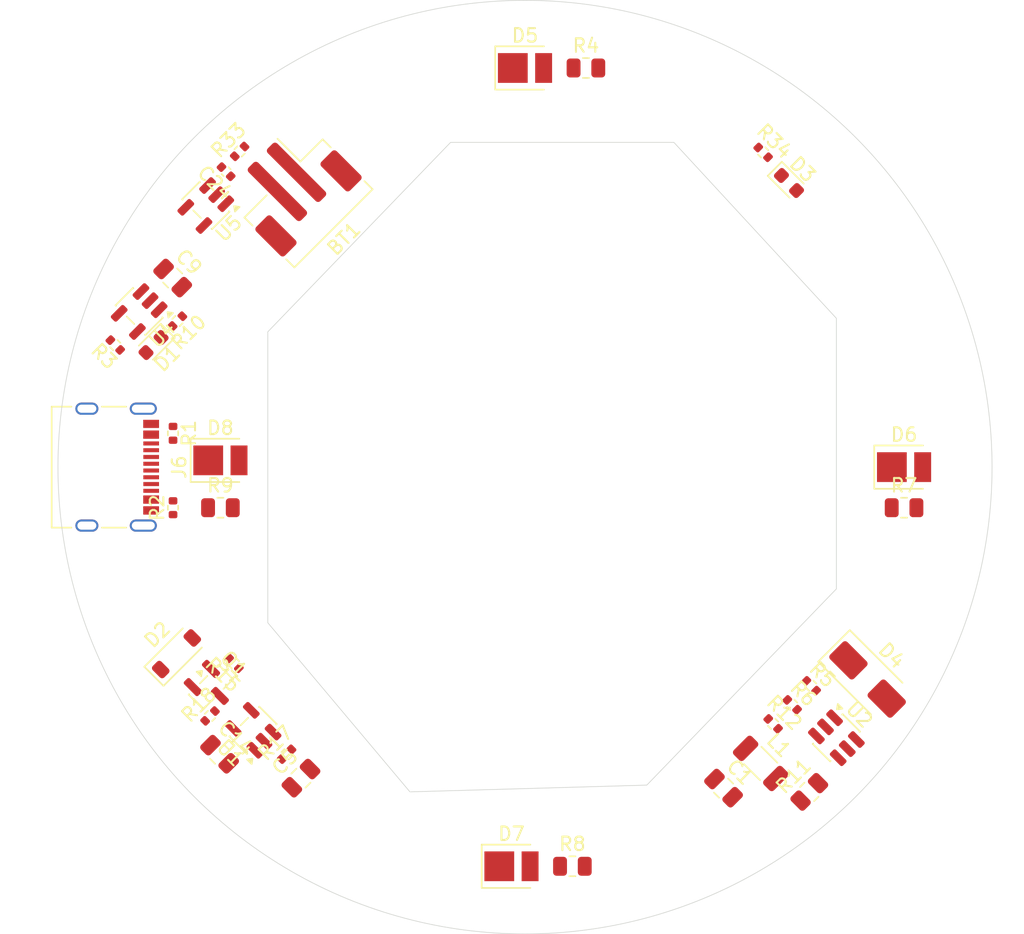
<source format=kicad_pcb>
(kicad_pcb (version 20241229) (generator "pcbnew") (generator_version "9.0")
  (layers (0 "F.Cu" signal) (2 "B.Cu" signal) (13 "F.Paste" user) (15 "B.Paste" user) (5 "F.SilkS" user "F.Silkscreen") (7 "B.SilkS" user "B.Silkscreen") (1 "F.Mask" user) (3 "B.Mask" user) (25 "Edge.Cuts" user))
  (net 0 "")
  (net 1 "-BATT")
  (net 2 "+BATT")
  (net 3 "VCC")
  (net 4 "GND")
  (net 5 "Net-(D2-K)")
  (net 6 "Net-(U5-VDD)")
  (net 7 "Net-(D1-K)")
  (net 8 "VBUS")
  (net 9 "Net-(D3-K)")
  (net 11 "/USB_D+")
  (net 12 "/USB_D-")
  (net 13 "Net-(J6-CC2)")
  (net 14 "Earth")
  (net 16 "Net-(J6-CC1)")
  (net 17 "Net-(U4-PROG)")
  (net 18 "Net-(U4-STAT)")
  (net 19 "Net-(U1-SET)")
  (net 20 "/SYS_ON")
  (net 21 "Net-(D4-K)")
  (net 22 "Net-(D5-K)")
  (net 23 "Net-(D5-A)")
  (net 24 "Net-(D6-A)")
  (net 25 "Net-(D7-A)")
  (net 26 "Net-(D8-A)")
  (net 27 "Net-(U2-V_{IN})")
  (net 28 "Net-(U2-V_{OUT})")
  (net 29 "Net-(U2-CTRL)")
  (footprint "Diode_SMD:D_SMA" (layer "F.Cu") (at 175.305168 115.69372 -45)
    (property "Reference" "D4" (at 0 -2.5 135) (layer "F.SilkS"))
    (property "Value" "SS14")
    (fp_line (start -3.51 1.65) (end 2 1.65) (stroke (width 0.12)) (layer "F.SilkS"))
    (fp_line (start -3.51 -1.65) (end -3.51 1.65) (stroke (width 0.12)) (layer "F.SilkS"))
    (fp_line (start -3.51 -1.65) (end 2 -1.65) (stroke (width 0.12)) (layer "F.SilkS"))
    (pad "1" smd roundrect (at -2.000001 0 315) (size 2.5 1.8) (layers "F.Cu" "F.Mask" "F.Paste") (roundrect_rratio 0.1388888889) (net 21 "Net-(D4-K)"))
    (pad "2" smd roundrect (at 2.000001 0 315) (size 2.5 1.8) (layers "F.Cu" "F.Mask" "F.Paste") (roundrect_rratio 0.1388888889) (net 3 "VCC"))
  )
  (footprint "Resistor_SMD:R_0805_2012Metric" (layer "F.Cu") (at 171 124 45)
    (property "Reference" "R11" (at 0 -1.65 45) (layer "F.SilkS"))
    (property "Value" "2")
    (fp_line (start -0.227064 -0.735) (end 0.227064 -0.735) (stroke (width 0.12)) (layer "F.SilkS"))
    (fp_line (start -0.227064 0.735) (end 0.227064 0.735) (stroke (width 0.12)) (layer "F.SilkS"))
    (pad "1" smd roundrect (at -0.9125 0 45) (size 1.025 1.4) (layers "F.Cu" "F.Mask" "F.Paste") (roundrect_rratio 0.243902) (net 4 "GND"))
    (pad "2" smd roundrect (at 0.9125 0 45) (size 1.025 1.4) (layers "F.Cu" "F.Mask" "F.Paste") (roundrect_rratio 0.243902) (net 22 "Net-(D5-K)"))
  )
  (footprint "Package_TO_SOT_SMD:SOT-23-6" (layer "F.Cu") (at 173 120 -45)
    (property "Reference" "U2" (at 0 -2.4 135) (layer "F.SilkS"))
    (property "Value" "AP3032KTR")
    (fp_line (start -0.91 1.56) (end -0.91 1.51) (stroke (width 0.12)) (layer "F.SilkS"))
    (fp_line (start 0.91 1.56) (end -0.91 1.56) (stroke (width 0.12)) (layer "F.SilkS"))
    (fp_line (start 0.91 1.51) (end 0.91 1.56) (stroke (width 0.12)) (layer "F.SilkS"))
    (fp_line (start -0.91 -1.51) (end -0.91 -1.56) (stroke (width 0.12)) (layer "F.SilkS"))
    (fp_line (start -0.91 -1.56) (end 0.91 -1.56) (stroke (width 0.12)) (layer "F.SilkS"))
    (fp_line (start 0.91 -1.56) (end 0.91 -1.51) (stroke (width 0.12)) (layer "F.SilkS"))
    (fp_poly (pts (xy -1.45 -1.51) (xy -1.69 -1.84) (xy -1.21 -1.84)) (stroke (width 0.12)) (fill yes) (layer "F.SilkS"))
    (pad "1" smd roundrect (at -1.1375 -0.949999 315) (size 1.325 0.6) (layers "F.Cu" "F.Mask" "F.Paste") (net 3 "VCC"))
    (pad "2" smd roundrect (at -1.1375 0 315) (size 1.325 0.6) (layers "F.Cu" "F.Mask" "F.Paste") (net 4 "GND"))
    (pad "3" smd roundrect (at -1.1375 0.949999 315) (size 1.325 0.6) (layers "F.Cu" "F.Mask" "F.Paste") (net 22 "Net-(D5-K)"))
    (pad "4" smd roundrect (at 1.1375 0.949999 315) (size 1.325 0.6) (layers "F.Cu" "F.Mask" "F.Paste") (net 29 "Net-(U2-CTRL)"))
    (pad "5" smd roundrect (at 1.1375 0 315) (size 1.325 0.6) (layers "F.Cu" "F.Mask" "F.Paste") (net 28 "Net-(U2-V_{OUT})"))
    (pad "6" smd roundrect (at 1.1375 -0.949999 315) (size 1.325 0.6) (layers "F.Cu" "F.Mask" "F.Paste") (net 27 "Net-(U2-V_{IN})"))
  )
  (footprint "Capacitor_SMD:C_0805_2012Metric" (layer "F.Cu") (at 127.43934 121.217514 -45)
    (property "Reference" "C14" (at 0 -1.679999 135) (layer "F.SilkS"))
    (property "Value" "10u")
    (fp_line (start -0.261253 0.735) (end 0.261253 0.735) (stroke (width 0.12)) (layer "F.SilkS"))
    (fp_line (start -0.261253 -0.735) (end 0.261253 -0.735) (stroke (width 0.12)) (layer "F.SilkS"))
    (pad "1" smd roundrect (at -0.949999 0 315) (size 1 1.45) (layers "F.Cu" "F.Mask" "F.Paste") (net 5 "Net-(D2-K)"))
    (pad "2" smd roundrect (at 0.949999 0 315) (size 1 1.45) (layers "F.Cu" "F.Mask" "F.Paste") (net 4 "GND"))
  )
  (footprint "Resistor_SMD:R_0805_2012Metric" (layer "F.Cu") (at 127.5 103)
    (property "Reference" "R9" (at 0 -1.65 0) (layer "F.SilkS"))
    (property "Value" "4.7")
    (fp_line (start -0.227064 -0.735) (end 0.227064 -0.735) (stroke (width 0.12)) (layer "F.SilkS"))
    (fp_line (start -0.227064 0.735) (end 0.227064 0.735) (stroke (width 0.12)) (layer "F.SilkS"))
    (pad "1" smd roundrect (at -0.9125 0) (size 1.025 1.4) (layers "F.Cu" "F.Mask" "F.Paste") (roundrect_rratio 0.243902) (net 26 "Net-(D8-A)"))
    (pad "2" smd roundrect (at 0.9125 0) (size 1.025 1.4) (layers "F.Cu" "F.Mask" "F.Paste") (roundrect_rratio 0.243902) (net 21 "Net-(D4-K)"))
  )
  (footprint "LED_SMD:LED_PLCC_2835" (layer "F.Cu") (at 178 100)
    (property "Reference" "D6" (at 0 -2.4 0) (layer "F.SilkS"))
    (property "Value" "P2835P1UVF3G12-365")
    (fp_line (start -2.2 -1.6) (end -2.2 1.6) (stroke (width 0.12)) (layer "F.SilkS"))
    (fp_line (start 1.4 -1.6) (end -2.2 -1.6) (stroke (width 0.12)) (layer "F.SilkS"))
    (fp_line (start 1.4 1.6) (end -2.2 1.6) (stroke (width 0.12)) (layer "F.SilkS"))
    (pad "1" smd rect (at -0.9 0) (size 2.2 2.2) (layers "F.Cu" "F.Mask" "F.Paste") (net 22 "Net-(D5-K)"))
    (pad "2" smd rect (at 1.375 0) (size 1.25 2.2) (layers "F.Cu" "F.Mask" "F.Paste") (net 24 "Net-(D6-A)"))
  )
  (footprint "Capacitor_SMD:C_0805_2012Metric" (layer "F.Cu") (at 164.666747 123.722917 -45)
    (property "Reference" "C1" (at 0 -1.679999 135) (layer "F.SilkS"))
    (property "Value" "10u")
    (fp_line (start -0.261253 0.735) (end 0.261253 0.735) (stroke (width 0.12)) (layer "F.SilkS"))
    (fp_line (start -0.261253 -0.735) (end 0.261253 -0.735) (stroke (width 0.12)) (layer "F.SilkS"))
    (pad "1" smd roundrect (at -0.949999 0 315) (size 1 1.45) (layers "F.Cu" "F.Mask" "F.Paste") (net 21 "Net-(D4-K)"))
    (pad "2" smd roundrect (at 0.949999 0 315) (size 1 1.45) (layers "F.Cu" "F.Mask" "F.Paste") (net 4 "GND"))
  )
  (footprint "Package_TO_SOT_SMD:SOT-23-5" (layer "F.Cu") (at 121.5 88.5 -135)
    (property "Reference" "U4" (at 0 -2.4 45) (layer "F.SilkS"))
    (property "Value" "MCP73831-2-OT;TP4054-42")
    (fp_line (start 0.91 1.56) (end -0.91 1.56) (stroke (width 0.12)) (layer "F.SilkS"))
    (fp_line (start 0.91 1.51) (end 0.91 1.56) (stroke (width 0.12)) (layer "F.SilkS"))
    (fp_line (start -0.91 1.56) (end -0.91 1.51) (stroke (width 0.12)) (layer "F.SilkS"))
    (fp_line (start 0.91 -0.39) (end 0.91 0.39) (stroke (width 0.12)) (layer "F.SilkS"))
    (fp_line (start 0.91 -1.56) (end 0.91 -1.51) (stroke (width 0.12)) (layer "F.SilkS"))
    (fp_line (start -0.91 -1.51) (end -0.91 -1.56) (stroke (width 0.12)) (layer "F.SilkS"))
    (fp_line (start -0.91 -1.56) (end 0.91 -1.56) (stroke (width 0.12)) (layer "F.SilkS"))
    (fp_poly (pts (xy -1.45 -1.51) (xy -1.69 -1.84) (xy -1.21 -1.84)) (stroke (width 0.12)) (fill yes) (layer "F.SilkS"))
    (pad "1" smd roundrect (at -1.1375 -0.949999 225) (size 1.325 0.6) (layers "F.Cu" "F.Mask" "F.Paste") (net 18 "Net-(U4-STAT)"))
    (pad "2" smd roundrect (at -1.1375 0 225) (size 1.325 0.6) (layers "F.Cu" "F.Mask" "F.Paste") (net 4 "GND"))
    (pad "3" smd roundrect (at -1.1375 0.949999 225) (size 1.325 0.6) (layers "F.Cu" "F.Mask" "F.Paste") (net 2 "+BATT"))
    (pad "4" smd roundrect (at 1.1375 0.949999 225) (size 1.325 0.6) (layers "F.Cu" "F.Mask" "F.Paste") (net 8 "VBUS"))
    (pad "5" smd roundrect (at 1.1375 -0.949999 225) (size 1.325 0.6) (layers "F.Cu" "F.Mask" "F.Paste") (net 17 "Net-(U4-PROG)"))
  )
  (footprint "Resistor_SMD:R_0402_1005Metric" (layer "F.Cu") (at 132.389087 121.217514 45)
    (property "Reference" "R17" (at 0 -1.17 45) (layer "F.SilkS"))
    (property "Value" "3k9")
    (fp_line (start -0.153641 -0.38) (end 0.153641 -0.38) (stroke (width 0.12)) (layer "F.SilkS"))
    (fp_line (start -0.153641 0.38) (end 0.153641 0.38) (stroke (width 0.12)) (layer "F.SilkS"))
    (pad "1" smd roundrect (at -0.509999 0 45) (size 0.54 0.64) (layers "F.Cu" "F.Mask" "F.Paste") (net 4 "GND"))
    (pad "2" smd roundrect (at 0.509999 0 45) (size 0.54 0.64) (layers "F.Cu" "F.Mask" "F.Paste") (net 19 "Net-(U1-SET)"))
  )
  (footprint "Resistor_SMD:R_0805_2012Metric" (layer "F.Cu") (at 178 103)
    (property "Reference" "R7" (at 0 -1.65 0) (layer "F.SilkS"))
    (property "Value" "4.7")
    (fp_line (start -0.227064 -0.735) (end 0.227064 -0.735) (stroke (width 0.12)) (layer "F.SilkS"))
    (fp_line (start -0.227064 0.735) (end 0.227064 0.735) (stroke (width 0.12)) (layer "F.SilkS"))
    (pad "1" smd roundrect (at -0.9125 0) (size 1.025 1.4) (layers "F.Cu" "F.Mask" "F.Paste") (roundrect_rratio 0.243902) (net 24 "Net-(D6-A)"))
    (pad "2" smd roundrect (at 0.9125 0) (size 1.025 1.4) (layers "F.Cu" "F.Mask" "F.Paste") (roundrect_rratio 0.243902) (net 21 "Net-(D4-K)"))
  )
  (footprint "Connector_JST:JST_PH_B2B-PH-SM4-TB_1x02-1MP_P2.00mm_Vertical" (layer "F.Cu") (at 132.769634 79.269634 -135)
    (property "Reference" "BT1" (at 0 -5.45 45) (layer "F.SilkS"))
    (property "Value" "Battery_Cell")
    (fp_line (start 4.085 0.86) (end 1.76 0.86) (stroke (width 0.12)) (layer "F.SilkS"))
    (fp_line (start 4.085 0.01) (end 4.085 0.86) (stroke (width 0.12)) (layer "F.SilkS"))
    (fp_line (start 4.085 -4.36) (end 4.085 -3.51) (stroke (width 0.12)) (layer "F.SilkS"))
    (fp_line (start -1.76 0.86) (end -1.76 3.25) (stroke (width 0.12)) (layer "F.SilkS"))
    (fp_line (start -4.085 0.86) (end -1.76 0.86) (stroke (width 0.12)) (layer "F.SilkS"))
    (fp_line (start -4.085 0.01) (end -4.085 0.86) (stroke (width 0.12)) (layer "F.SilkS"))
    (fp_line (start -4.085 -3.51) (end -4.085 -4.36) (stroke (width 0.12)) (layer "F.SilkS"))
    (fp_line (start -4.085 -4.36) (end 4.085 -4.36) (stroke (width 0.12)) (layer "F.SilkS"))
    (pad "1" smd roundrect (at -1 0.5 225) (size 1 5.5) (layers "F.Cu" "F.Mask" "F.Paste") (net 2 "+BATT"))
    (pad "2" smd roundrect (at 1 0.5 225) (size 1 5.5) (layers "F.Cu" "F.Mask" "F.Paste") (net 1 "-BATT"))
    (pad "MP" smd roundrect (at -3.4 -1.75 225) (size 1.6 3) (layers "F.Cu" "F.Mask" "F.Paste") (roundrect_rratio 0.15625))
    (pad "MP" smd roundrect (at 3.4 -1.75 225) (size 1.6 3) (layers "F.Cu" "F.Mask" "F.Paste") (roundrect_rratio 0.15625))
  )
  (footprint "Resistor_SMD:R_0402_1005Metric" (layer "F.Cu") (at 171.143845 116.156875 -45)
    (property "Reference" "R5" (at 0 -1.17 135) (layer "F.SilkS"))
    (property "Value" "0")
    (fp_line (start -0.153641 0.38) (end 0.153641 0.38) (stroke (width 0.12)) (layer "F.SilkS"))
    (fp_line (start -0.153641 -0.38) (end 0.153641 -0.38) (stroke (width 0.12)) (layer "F.SilkS"))
    (pad "1" smd roundrect (at -0.509999 0 315) (size 0.54 0.64) (layers "F.Cu" "F.Mask" "F.Paste") (net 28 "Net-(U2-V_{OUT})"))
    (pad "2" smd roundrect (at 0.509999 0 315) (size 0.54 0.64) (layers "F.Cu" "F.Mask" "F.Paste") (net 21 "Net-(D4-K)"))
  )
  (footprint "Resistor_SMD:R_0402_1005Metric" (layer "F.Cu") (at 124.328428 89.207107 -135)
    (property "Reference" "R10" (at 0 -1.17 45) (layer "F.SilkS"))
    (property "Value" "10K0")
    (fp_line (start -0.153641 0.38) (end 0.153641 0.38) (stroke (width 0.12)) (layer "F.SilkS"))
    (fp_line (start -0.153641 -0.38) (end 0.153641 -0.38) (stroke (width 0.12)) (layer "F.SilkS"))
    (pad "1" smd roundrect (at -0.509999 0 225) (size 0.54 0.64) (layers "F.Cu" "F.Mask" "F.Paste") (net 18 "Net-(U4-STAT)"))
    (pad "2" smd roundrect (at 0.509999 0 225) (size 0.54 0.64) (layers "F.Cu" "F.Mask" "F.Paste") (net 7 "Net-(D1-K)"))
  )
  (footprint "LED_SMD:LED_PLCC_2835" (layer "F.Cu") (at 150 70.5)
    (property "Reference" "D5" (at 0 -2.4 0) (layer "F.SilkS"))
    (property "Value" "P2835P1UVF3G12-365")
    (fp_line (start -2.2 -1.6) (end -2.2 1.6) (stroke (width 0.12)) (layer "F.SilkS"))
    (fp_line (start 1.4 -1.6) (end -2.2 -1.6) (stroke (width 0.12)) (layer "F.SilkS"))
    (fp_line (start 1.4 1.6) (end -2.2 1.6) (stroke (width 0.12)) (layer "F.SilkS"))
    (pad "1" smd rect (at -0.9 0) (size 2.2 2.2) (layers "F.Cu" "F.Mask" "F.Paste") (net 22 "Net-(D5-K)"))
    (pad "2" smd rect (at 1.375 0) (size 1.25 2.2) (layers "F.Cu" "F.Mask" "F.Paste") (net 23 "Net-(D5-A)"))
  )
  (footprint "Diode_SMD:D_SOD-123" (layer "F.Cu") (at 124.257359 113.792893 45)
    (property "Reference" "D2" (at 0 -2.000001 45) (layer "F.SilkS"))
    (property "Value" "MBR0540")
    (fp_line (start -2.36 -1) (end -2.36 1) (stroke (width 0.12)) (layer "F.SilkS"))
    (fp_line (start -2.36 -1) (end 1.65 -1) (stroke (width 0.12)) (layer "F.SilkS"))
    (fp_line (start -2.36 1) (end 1.65 1) (stroke (width 0.12)) (layer "F.SilkS"))
    (pad "1" smd roundrect (at -1.65 0 45) (size 0.9 1.2) (layers "F.Cu" "F.Mask" "F.Paste") (net 5 "Net-(D2-K)"))
    (pad "2" smd roundrect (at 1.65 0 45) (size 0.9 1.2) (layers "F.Cu" "F.Mask" "F.Paste") (net 8 "VBUS"))
  )
  (footprint "Resistor_SMD:R_0402_1005Metric" (layer "F.Cu") (at 168.32956 118.97116 -45)
    (property "Reference" "R12" (at 0 -1.17 135) (layer "F.SilkS"))
    (property "Value" "10K0")
    (fp_line (start -0.153641 0.38) (end 0.153641 0.38) (stroke (width 0.12)) (layer "F.SilkS"))
    (fp_line (start -0.153641 -0.38) (end 0.153641 -0.38) (stroke (width 0.12)) (layer "F.SilkS"))
    (pad "1" smd roundrect (at -0.509999 0 315) (size 0.54 0.64) (layers "F.Cu" "F.Mask" "F.Paste") (net 29 "Net-(U2-CTRL)"))
    (pad "2" smd roundrect (at 0.509999 0 315) (size 0.54 0.64) (layers "F.Cu" "F.Mask" "F.Paste") (net 3 "VCC"))
  )
  (footprint "LED_SMD:LED_PLCC_2835" (layer "F.Cu") (at 149 129.5)
    (property "Reference" "D7" (at 0 -2.4 0) (layer "F.SilkS"))
    (property "Value" "P2835P1UVF3G12-365")
    (fp_line (start -2.2 -1.6) (end -2.2 1.6) (stroke (width 0.12)) (layer "F.SilkS"))
    (fp_line (start 1.4 -1.6) (end -2.2 -1.6) (stroke (width 0.12)) (layer "F.SilkS"))
    (fp_line (start 1.4 1.6) (end -2.2 1.6) (stroke (width 0.12)) (layer "F.SilkS"))
    (pad "1" smd rect (at -0.9 0) (size 2.2 2.2) (layers "F.Cu" "F.Mask" "F.Paste") (net 22 "Net-(D5-K)"))
    (pad "2" smd rect (at 1.375 0) (size 1.25 2.2) (layers "F.Cu" "F.Mask" "F.Paste") (net 25 "Net-(D7-A)"))
  )
  (footprint "Resistor_SMD:R_0402_1005Metric" (layer "F.Cu") (at 128.919634 76.664634 45)
    (property "Reference" "R33" (at 0 -1.17 45) (layer "F.SilkS"))
    (property "Value" "1k")
    (fp_line (start -0.153641 -0.38) (end 0.153641 -0.38) (stroke (width 0.12)) (layer "F.SilkS"))
    (fp_line (start -0.153641 0.38) (end 0.153641 0.38) (stroke (width 0.12)) (layer "F.SilkS"))
    (pad "1" smd roundrect (at -0.509999 0 45) (size 0.54 0.64) (layers "F.Cu" "F.Mask" "F.Paste") (net 6 "Net-(U5-VDD)"))
    (pad "2" smd roundrect (at 0.509999 0 45) (size 0.54 0.64) (layers "F.Cu" "F.Mask" "F.Paste") (net 2 "+BATT"))
  )
  (footprint "Package_TO_SOT_SMD:SOT-23-5" (layer "F.Cu") (at 126.419634 80.664634 -135)
    (property "Reference" "U5" (at 0 -2.4 45) (layer "F.SilkS"))
    (property "Value" "XB5608G")
    (fp_line (start 0.91 1.56) (end -0.91 1.56) (stroke (width 0.12)) (layer "F.SilkS"))
    (fp_line (start 0.91 1.51) (end 0.91 1.56) (stroke (width 0.12)) (layer "F.SilkS"))
    (fp_line (start -0.91 1.56) (end -0.91 1.51) (stroke (width 0.12)) (layer "F.SilkS"))
    (fp_line (start 0.91 -0.39) (end 0.91 0.39) (stroke (width 0.12)) (layer "F.SilkS"))
    (fp_line (start 0.91 -1.56) (end 0.91 -1.51) (stroke (width 0.12)) (layer "F.SilkS"))
    (fp_line (start -0.91 -1.51) (end -0.91 -1.56) (stroke (width 0.12)) (layer "F.SilkS"))
    (fp_line (start -0.91 -1.56) (end 0.91 -1.56) (stroke (width 0.12)) (layer "F.SilkS"))
    (fp_poly (pts (xy -1.45 -1.51) (xy -1.69 -1.84) (xy -1.21 -1.84)) (stroke (width 0.12)) (fill yes) (layer "F.SilkS"))
    (pad "1" smd roundrect (at -1.1375 -0.949999 225) (size 1.325 0.6) (layers "F.Cu" "F.Mask" "F.Paste") (net 1 "-BATT"))
    (pad "2" smd roundrect (at -1.1375 0 225) (size 1.325 0.6) (layers "F.Cu" "F.Mask" "F.Paste") (net 1 "-BATT"))
    (pad "3" smd roundrect (at -1.1375 0.949999 225) (size 1.325 0.6) (layers "F.Cu" "F.Mask" "F.Paste") (net 6 "Net-(U5-VDD)"))
    (pad "4" smd roundrect (at 1.1375 0.949999 225) (size 1.325 0.6) (layers "F.Cu" "F.Mask" "F.Paste") (net 4 "GND"))
    (pad "5" smd roundrect (at 1.1375 -0.949999 225) (size 1.325 0.6) (layers "F.Cu" "F.Mask" "F.Paste") (net 4 "GND"))
  )
  (footprint "Resistor_SMD:R_0402_1005Metric" (layer "F.Cu") (at 169.736702 117.564017 -45)
    (property "Reference" "R6" (at 0 -1.17 135) (layer "F.SilkS"))
    (property "Value" "~")
    (fp_line (start -0.153641 0.38) (end 0.153641 0.38) (stroke (width 0.12)) (layer "F.SilkS"))
    (fp_line (start -0.153641 -0.38) (end 0.153641 -0.38) (stroke (width 0.12)) (layer "F.SilkS"))
    (pad "1" smd roundrect (at -0.509999 0 315) (size 0.54 0.64) (layers "F.Cu" "F.Mask" "F.Paste") (net 4 "GND"))
    (pad "2" smd roundrect (at 0.509999 0 315) (size 0.54 0.64) (layers "F.Cu" "F.Mask" "F.Paste") (net 28 "Net-(U2-V_{OUT})"))
  )
  (footprint "Capacitor_SMD:C_0805_2012Metric" (layer "F.Cu") (at 133.449747 122.985281 45)
    (property "Reference" "C5" (at 0 -1.679999 45) (layer "F.SilkS"))
    (property "Value" "10u")
    (fp_line (start -0.261253 -0.735) (end 0.261253 -0.735) (stroke (width 0.12)) (layer "F.SilkS"))
    (fp_line (start -0.261253 0.735) (end 0.261253 0.735) (stroke (width 0.12)) (layer "F.SilkS"))
    (pad "1" smd roundrect (at -0.949999 0 45) (size 1 1.45) (layers "F.Cu" "F.Mask" "F.Paste") (net 3 "VCC"))
    (pad "2" smd roundrect (at 0.949999 0 45) (size 1 1.45) (layers "F.Cu" "F.Mask" "F.Paste") (net 4 "GND"))
  )
  (footprint "Resistor_SMD:R_0402_1005Metric" (layer "F.Cu") (at 124 103 90)
    (property "Reference" "R2" (at 0 -1.17 90) (layer "F.SilkS"))
    (property "Value" "5K1")
    (fp_line (start -0.153641 -0.38) (end 0.153641 -0.38) (stroke (width 0.12)) (layer "F.SilkS"))
    (fp_line (start -0.153641 0.38) (end 0.153641 0.38) (stroke (width 0.12)) (layer "F.SilkS"))
    (pad "1" smd roundrect (at -0.509999 0 90) (size 0.54 0.64) (layers "F.Cu" "F.Mask" "F.Paste") (net 4 "GND"))
    (pad "2" smd roundrect (at 0.509999 0 90) (size 0.54 0.64) (layers "F.Cu" "F.Mask" "F.Paste") (net 13 "Net-(J6-CC2)"))
  )
  (footprint "LED_SMD:LED_0603_1608Metric" (layer "F.Cu") (at 169.5 79 -45)
    (property "Reference" "D3" (at 0 -1.43 135) (layer "F.SilkS"))
    (property "Value" "LED")
    (fp_line (start -1.485 0.735) (end 0.8 0.735) (stroke (width 0.12)) (layer "F.SilkS"))
    (fp_line (start -1.485 -0.735) (end -1.485 0.735) (stroke (width 0.12)) (layer "F.SilkS"))
    (fp_line (start 0.8 -0.735) (end -1.485 -0.735) (stroke (width 0.12)) (layer "F.SilkS"))
    (pad "1" smd roundrect (at -0.787501 0 315) (size 0.875 0.95) (layers "F.Cu" "F.Mask" "F.Paste") (net 9 "Net-(D3-K)"))
    (pad "2" smd roundrect (at 0.787501 0 315) (size 0.875 0.95) (layers "F.Cu" "F.Mask" "F.Paste") (net 3 "VCC"))
  )
  (footprint "Resistor_SMD:R_0805_2012Metric" (layer "F.Cu") (at 154.5 70.5)
    (property "Reference" "R4" (at 0 -1.65 0) (layer "F.SilkS"))
    (property "Value" "4.7")
    (fp_line (start -0.227064 -0.735) (end 0.227064 -0.735) (stroke (width 0.12)) (layer "F.SilkS"))
    (fp_line (start -0.227064 0.735) (end 0.227064 0.735) (stroke (width 0.12)) (layer "F.SilkS"))
    (pad "1" smd roundrect (at -0.9125 0) (size 1.025 1.4) (layers "F.Cu" "F.Mask" "F.Paste") (roundrect_rratio 0.243902) (net 23 "Net-(D5-A)"))
    (pad "2" smd roundrect (at 0.9125 0) (size 1.025 1.4) (layers "F.Cu" "F.Mask" "F.Paste") (roundrect_rratio 0.243902) (net 21 "Net-(D4-K)"))
  )
  (footprint "Resistor_SMD:R_0402_1005Metric" (layer "F.Cu") (at 167.590812 76.737258 -45)
    (property "Reference" "R34" (at 0 -1.17 135) (layer "F.SilkS"))
    (property "Value" "10K0")
    (fp_line (start -0.153641 0.38) (end 0.153641 0.38) (stroke (width 0.12)) (layer "F.SilkS"))
    (fp_line (start -0.153641 -0.38) (end 0.153641 -0.38) (stroke (width 0.12)) (layer "F.SilkS"))
    (pad "1" smd roundrect (at -0.509999 0 315) (size 0.54 0.64) (layers "F.Cu" "F.Mask" "F.Paste") (net 4 "GND"))
    (pad "2" smd roundrect (at 0.509999 0 315) (size 0.54 0.64) (layers "F.Cu" "F.Mask" "F.Paste") (net 9 "Net-(D3-K)"))
  )
  (footprint "Resistor_SMD:R_0805_2012Metric" (layer "F.Cu") (at 153.5 129.5)
    (property "Reference" "R8" (at 0 -1.65 0) (layer "F.SilkS"))
    (property "Value" "4.7")
    (fp_line (start -0.227064 -0.735) (end 0.227064 -0.735) (stroke (width 0.12)) (layer "F.SilkS"))
    (fp_line (start -0.227064 0.735) (end 0.227064 0.735) (stroke (width 0.12)) (layer "F.SilkS"))
    (pad "1" smd roundrect (at -0.9125 0) (size 1.025 1.4) (layers "F.Cu" "F.Mask" "F.Paste") (roundrect_rratio 0.243902) (net 25 "Net-(D7-A)"))
    (pad "2" smd roundrect (at 0.9125 0) (size 1.025 1.4) (layers "F.Cu" "F.Mask" "F.Paste") (roundrect_rratio 0.243902) (net 21 "Net-(D4-K)"))
  )
  (footprint "LED_SMD:LED_0603_1608Metric" (layer "F.Cu") (at 122.56066 90.974872 -135)
    (property "Reference" "D1" (at 0 -1.43 45) (layer "F.SilkS"))
    (property "Value" "LED")
    (fp_line (start 0.8 -0.735) (end -1.485 -0.735) (stroke (width 0.12)) (layer "F.SilkS"))
    (fp_line (start -1.485 0.735) (end 0.8 0.735) (stroke (width 0.12)) (layer "F.SilkS"))
    (fp_line (start -1.485 -0.735) (end -1.485 0.735) (stroke (width 0.12)) (layer "F.SilkS"))
    (pad "1" smd roundrect (at -0.787501 0 225) (size 0.875 0.95) (layers "F.Cu" "F.Mask" "F.Paste") (net 7 "Net-(D1-K)"))
    (pad "2" smd roundrect (at 0.787501 0 225) (size 0.875 0.95) (layers "F.Cu" "F.Mask" "F.Paste") (net 8 "VBUS"))
  )
  (footprint "Inductor_SMD:L_1206_3216Metric" (layer "F.Cu") (at 167.410321 121.898582 -45)
    (property "Reference" "L1" (at 0 -1.9 135) (layer "F.SilkS"))
    (property "Value" "6.8uH")
    (fp_line (start -0.835242 0.91) (end 0.835242 0.91) (stroke (width 0.12)) (layer "F.SilkS"))
    (fp_line (start -0.835242 -0.91) (end 0.835242 -0.91) (stroke (width 0.12)) (layer "F.SilkS"))
    (pad "1" smd roundrect (at -1.575 0 315) (size 1.05 1.9) (layers "F.Cu" "F.Mask" "F.Paste") (roundrect_rratio 0.238095) (net 3 "VCC"))
    (pad "2" smd roundrect (at 1.575 0 315) (size 1.05 1.9) (layers "F.Cu" "F.Mask" "F.Paste") (roundrect_rratio 0.238095) (net 27 "Net-(U2-V_{IN})"))
  )
  (footprint "Package_TO_SOT_SMD:SOT-23" (layer "F.Cu") (at 126.795873 116.246554 -45)
    (property "Reference" "Q1" (at 0 -2.4 135) (layer "F.SilkS"))
    (property "Value" "DMG3413;AO3401")
    (fp_line (start -0.76 1.56) (end -0.76 1.51) (stroke (width 0.12)) (layer "F.SilkS"))
    (fp_line (start -0.76 0.39) (end -0.76 -0.39) (stroke (width 0.12)) (layer "F.SilkS"))
    (fp_line (start 0.76 1.56) (end -0.76 1.56) (stroke (width 0.12)) (layer "F.SilkS"))
    (fp_line (start 0.76 0.56) (end 0.76 1.56) (stroke (width 0.12)) (layer "F.SilkS"))
    (fp_line (start -0.76 -1.51) (end -0.76 -1.56) (stroke (width 0.12)) (layer "F.SilkS"))
    (fp_line (start -0.76 -1.56) (end 0.76 -1.56) (stroke (width 0.12)) (layer "F.SilkS"))
    (fp_line (start 0.76 -1.56) (end 0.76 -0.56) (stroke (width 0.12)) (layer "F.SilkS"))
    (fp_poly (pts (xy -1.3 -0.38) (xy -1.06 -0.05) (xy -1.54 -0.05)) (stroke (width 0.12)) (fill yes) (layer "F.SilkS"))
    (pad "1" smd roundrect (at -0.9375 -0.95 315) (size 1.475 0.6) (layers "F.Cu" "F.Mask" "F.Paste") (net 8 "VBUS"))
    (pad "2" smd roundrect (at -0.9375 0.95 315) (size 1.475 0.6) (layers "F.Cu" "F.Mask" "F.Paste") (net 5 "Net-(D2-K)"))
    (pad "3" smd roundrect (at 0.937501 0 315) (size 1.475 0.6) (layers "F.Cu" "F.Mask" "F.Paste") (net 2 "+BATT"))
  )
  (footprint "Connector_USB:USB_C_Receptacle_Palconn_UTC16-G" (layer "F.Cu") (at 119.875 100 -90)
    (property "Reference" "J6" (at 0 -4.58 90) (layer "F.SilkS"))
    (property "Value" "USB_C_Receptacle_USB2.0")
    (fp_line (start -4.47 4.84) (end -4.47 3.38) (stroke (width 0.12)) (layer "F.SilkS"))
    (fp_line (start 4.47 4.84) (end -4.47 4.84) (stroke (width 0.12)) (layer "F.SilkS"))
    (fp_line (start 4.47 4.84) (end 4.47 3.38) (stroke (width 0.12)) (layer "F.SilkS"))
    (fp_line (start -4.47 -0.67) (end -4.47 1.13) (stroke (width 0.12)) (layer "F.SilkS"))
    (fp_line (start 4.47 -0.67) (end 4.47 1.13) (stroke (width 0.12)) (layer "F.SilkS"))
    (pad "" np_thru_hole circle (at -2.89 -1.45 90) (size 0.6 0.6) (drill 0.6) (layers "*.Cu" "*.Mask"))
    (pad "" np_thru_hole circle (at 2.89 -1.45 90) (size 0.6 0.6) (drill 0.6) (layers "*.Cu" "*.Mask"))
    (pad "A1" smd rect (at -3.2 -2.51 270) (size 0.6 1.16) (layers "F.Cu" "F.Mask" "F.Paste") (net 4 "GND"))
    (pad "A4" smd rect (at -2.4 -2.51 270) (size 0.6 1.16) (layers "F.Cu" "F.Mask" "F.Paste") (net 8 "VBUS"))
    (pad "A5" smd rect (at -1.25 -2.51 90) (size 0.3 1.16) (layers "F.Cu" "F.Mask" "F.Paste") (net 16 "Net-(J6-CC1)"))
    (pad "A6" smd rect (at -0.25 -2.51 90) (size 0.3 1.16) (layers "F.Cu" "F.Mask" "F.Paste") (net 11 "/USB_D+"))
    (pad "A7" smd rect (at 0.25 -2.51 90) (size 0.3 1.16) (layers "F.Cu" "F.Mask" "F.Paste") (net 12 "/USB_D-"))
    (pad "A8" smd rect (at 1.25 -2.51 90) (size 0.3 1.16) (layers "F.Cu" "F.Mask" "F.Paste"))
    (pad "A9" smd rect (at 2.4 -2.51 270) (size 0.6 1.16) (layers "F.Cu" "F.Mask" "F.Paste") (net 8 "VBUS"))
    (pad "A12" smd rect (at 3.2 -2.51 270) (size 0.6 1.16) (layers "F.Cu" "F.Mask" "F.Paste") (net 4 "GND"))
    (pad "B1" smd rect (at 3.2 -2.51 270) (size 0.6 1.16) (layers "F.Cu" "F.Mask" "F.Paste") (net 4 "GND"))
    (pad "B4" smd rect (at 2.4 -2.51 270) (size 0.6 1.16) (layers "F.Cu" "F.Mask" "F.Paste") (net 8 "VBUS"))
    (pad "B5" smd rect (at 1.75 -2.51 90) (size 0.3 1.16) (layers "F.Cu" "F.Mask" "F.Paste") (net 13 "Net-(J6-CC2)"))
    (pad "B6" smd rect (at 0.75 -2.51 90) (size 0.3 1.16) (layers "F.Cu" "F.Mask" "F.Paste") (net 11 "/USB_D+"))
    (pad "B7" smd rect (at -0.75 -2.51 90) (size 0.3 1.16) (layers "F.Cu" "F.Mask" "F.Paste") (net 12 "/USB_D-"))
    (pad "B8" smd rect (at -1.75 -2.51 90) (size 0.3 1.16) (layers "F.Cu" "F.Mask" "F.Paste"))
    (pad "B9" smd rect (at -2.4 -2.51 270) (size 0.6 1.16) (layers "F.Cu" "F.Mask" "F.Paste") (net 8 "VBUS"))
    (pad "B12" smd rect (at -3.2 -2.51 270) (size 0.6 1.16) (layers "F.Cu" "F.Mask" "F.Paste") (net 4 "GND"))
    (pad "S1" thru_hole oval (at -4.32 -1.93) (size 2 0.9) (drill oval 1.7 0.6) (property pad_prop_heatsink) (layers "*.Cu" "*.Mask") (net 14 "Earth"))
    (pad "S1" thru_hole oval (at -4.32 2.24) (size 1.7 0.9) (drill oval 1.4 0.6) (property pad_prop_heatsink) (layers "*.Cu" "*.Mask") (net 14 "Earth"))
    (pad "S1" thru_hole oval (at 4.32 -1.93) (size 2 0.9) (drill oval 1.7 0.6) (property pad_prop_heatsink) (layers "*.Cu" "*.Mask") (net 14 "Earth"))
    (pad "S1" thru_hole oval (at 4.32 2.24) (size 1.7 0.9) (drill oval 1.4 0.6) (property pad_prop_heatsink) (layers "*.Cu" "*.Mask") (net 14 "Earth"))
  )
  (footprint "LED_SMD:LED_PLCC_2835" (layer "F.Cu") (at 127.5 99.5)
    (property "Reference" "D8" (at 0 -2.4 0) (layer "F.SilkS"))
    (property "Value" "P2835P1UVF3G12-365")
    (fp_line (start -2.2 -1.6) (end -2.2 1.6) (stroke (width 0.12)) (layer "F.SilkS"))
    (fp_line (start 1.4 -1.6) (end -2.2 -1.6) (stroke (width 0.12)) (layer "F.SilkS"))
    (fp_line (start 1.4 1.6) (end -2.2 1.6) (stroke (width 0.12)) (layer "F.SilkS"))
    (pad "1" smd rect (at -0.9 0) (size 2.2 2.2) (layers "F.Cu" "F.Mask" "F.Paste") (net 22 "Net-(D5-K)"))
    (pad "2" smd rect (at 1.375 0) (size 1.25 2.2) (layers "F.Cu" "F.Mask" "F.Paste") (net 26 "Net-(D8-A)"))
  )
  (footprint "Capacitor_SMD:C_0402_1005Metric" (layer "F.Cu") (at 127.919634 78.164634 135)
    (property "Reference" "C24" (at 0 -1.16 135) (layer "F.SilkS"))
    (property "Value" "100n")
    (fp_line (start -0.107836 -0.36) (end 0.107836 -0.36) (stroke (width 0.12)) (layer "F.SilkS"))
    (fp_line (start -0.107836 0.36) (end 0.107836 0.36) (stroke (width 0.12)) (layer "F.SilkS"))
    (pad "1" smd roundrect (at -0.48 0 135) (size 0.56 0.62) (layers "F.Cu" "F.Mask" "F.Paste") (net 1 "-BATT"))
    (pad "2" smd roundrect (at 0.48 0 135) (size 0.56 0.62) (layers "F.Cu" "F.Mask" "F.Paste") (net 6 "Net-(U5-VDD)"))
  )
  (footprint "Resistor_SMD:R_0402_1005Metric" (layer "F.Cu") (at 124 97.5 -90)
    (property "Reference" "R1" (at 0 -1.17 90) (layer "F.SilkS"))
    (property "Value" "5K1")
    (fp_line (start -0.153641 0.38) (end 0.153641 0.38) (stroke (width 0.12)) (layer "F.SilkS"))
    (fp_line (start -0.153641 -0.38) (end 0.153641 -0.38) (stroke (width 0.12)) (layer "F.SilkS"))
    (pad "1" smd roundrect (at -0.509999 0 270) (size 0.54 0.64) (layers "F.Cu" "F.Mask" "F.Paste") (net 4 "GND"))
    (pad "2" smd roundrect (at 0.509999 0 270) (size 0.54 0.64) (layers "F.Cu" "F.Mask" "F.Paste") (net 16 "Net-(J6-CC1)"))
  )
  (footprint "Resistor_SMD:R_0402_1005Metric" (layer "F.Cu") (at 128.5 114.5 135)
    (property "Reference" "R15" (at 0 -1.17 135) (layer "F.SilkS"))
    (property "Value" "10K0")
    (fp_line (start -0.153641 -0.38) (end 0.153641 -0.38) (stroke (width 0.12)) (layer "F.SilkS"))
    (fp_line (start -0.153641 0.38) (end 0.153641 0.38) (stroke (width 0.12)) (layer "F.SilkS"))
    (pad "1" smd roundrect (at -0.509999 0 135) (size 0.54 0.64) (layers "F.Cu" "F.Mask" "F.Paste") (net 4 "GND"))
    (pad "2" smd roundrect (at 0.509999 0 135) (size 0.54 0.64) (layers "F.Cu" "F.Mask" "F.Paste") (net 8 "VBUS"))
  )
  (footprint "Resistor_SMD:R_0402_1005Metric" (layer "F.Cu") (at 119.732233 90.974873 135)
    (property "Reference" "R3" (at 0 -1.17 135) (layer "F.SilkS"))
    (property "Value" "5K1")
    (fp_line (start -0.153641 -0.38) (end 0.153641 -0.38) (stroke (width 0.12)) (layer "F.SilkS"))
    (fp_line (start -0.153641 0.38) (end 0.153641 0.38) (stroke (width 0.12)) (layer "F.SilkS"))
    (pad "1" smd roundrect (at -0.509999 0 135) (size 0.54 0.64) (layers "F.Cu" "F.Mask" "F.Paste") (net 17 "Net-(U4-PROG)"))
    (pad "2" smd roundrect (at 0.509999 0 135) (size 0.54 0.64) (layers "F.Cu" "F.Mask" "F.Paste") (net 4 "GND"))
  )
  (footprint "Package_TO_SOT_SMD:SOT-23-5" (layer "F.Cu") (at 129.914214 119.449747 135)
    (property "Reference" "U1" (at 0 -2.4 135) (layer "F.SilkS"))
    (property "Value" "AAT4610BIGV-1-T1")
    (fp_line (start 0.91 -1.56) (end 0.91 -1.51) (stroke (width 0.12)) (layer "F.SilkS"))
    (fp_line (start 0.91 -0.39) (end 0.91 0.39) (stroke (width 0.12)) (layer "F.SilkS"))
    (fp_line (start -0.91 -1.56) (end 0.91 -1.56) (stroke (width 0.12)) (layer "F.SilkS"))
    (fp_line (start -0.91 -1.51) (end -0.91 -1.56) (stroke (width 0.12)) (layer "F.SilkS"))
    (fp_line (start 0.91 1.51) (end 0.91 1.56) (stroke (width 0.12)) (layer "F.SilkS"))
    (fp_line (start 0.91 1.56) (end -0.91 1.56) (stroke (width 0.12)) (layer "F.SilkS"))
    (fp_line (start -0.91 1.56) (end -0.91 1.51) (stroke (width 0.12)) (layer "F.SilkS"))
    (fp_poly (pts (xy -1.45 -1.51) (xy -1.69 -1.84) (xy -1.21 -1.84)) (stroke (width 0.12)) (fill yes) (layer "F.SilkS"))
    (pad "1" smd roundrect (at -1.1375 -0.949999 135) (size 1.325 0.6) (layers "F.Cu" "F.Mask" "F.Paste") (net 3 "VCC"))
    (pad "2" smd roundrect (at -1.1375 0 135) (size 1.325 0.6) (layers "F.Cu" "F.Mask" "F.Paste") (net 4 "GND"))
    (pad "3" smd roundrect (at -1.1375 0.949999 135) (size 1.325 0.6) (layers "F.Cu" "F.Mask" "F.Paste") (net 19 "Net-(U1-SET)"))
    (pad "4" smd roundrect (at 1.1375 0.949999 135) (size 1.325 0.6) (layers "F.Cu" "F.Mask" "F.Paste") (net 20 "/SYS_ON"))
    (pad "5" smd roundrect (at 1.1375 -0.949999 135) (size 1.325 0.6) (layers "F.Cu" "F.Mask" "F.Paste") (net 5 "Net-(D2-K)"))
  )
  (footprint "Resistor_SMD:R_0402_1005Metric" (layer "F.Cu") (at 126.732233 118.389087 45)
    (property "Reference" "R18" (at 0 -1.17 45) (layer "F.SilkS"))
    (property "Value" "470K")
    (fp_line (start -0.153641 -0.38) (end 0.153641 -0.38) (stroke (width 0.12)) (layer "F.SilkS"))
    (fp_line (start -0.153641 0.38) (end 0.153641 0.38) (stroke (width 0.12)) (layer "F.SilkS"))
    (pad "1" smd roundrect (at -0.509999 0 45) (size 0.54 0.64) (layers "F.Cu" "F.Mask" "F.Paste") (net 5 "Net-(D2-K)"))
    (pad "2" smd roundrect (at 0.509999 0 45) (size 0.54 0.64) (layers "F.Cu" "F.Mask" "F.Paste") (net 20 "/SYS_ON"))
  )
  (footprint "Capacitor_SMD:C_0805_2012Metric" (layer "F.Cu") (at 123.974874 86.025125 -45)
    (property "Reference" "C9" (at 0 -1.679999 135) (layer "F.SilkS"))
    (property "Value" "10u")
    (fp_line (start -0.261253 0.735) (end 0.261253 0.735) (stroke (width 0.12)) (layer "F.SilkS"))
    (fp_line (start -0.261253 -0.735) (end 0.261253 -0.735) (stroke (width 0.12)) (layer "F.SilkS"))
    (pad "1" smd roundrect (at -0.949999 0 315) (size 1 1.45) (layers "F.Cu" "F.Mask" "F.Paste") (net 2 "+BATT"))
    (pad "2" smd roundrect (at 0.949999 0 315) (size 1 1.45) (layers "F.Cu" "F.Mask" "F.Paste") (net 4 "GND"))
  )
  (gr_poly (pts (xy 131 111.5) (xy 131 90) (xy 144.5 76) (xy 161 76) (xy 173 89) (xy 173 109) (xy 159 123.5) (xy 141.5 124)) (stroke (width 0.05)) (fill no) (layer "Edge.Cuts"))
  (gr_circle (center 150 100) (end 184.5 100) (stroke (width 0.05)) (fill no) (layer "Edge.Cuts"))
)
</source>
